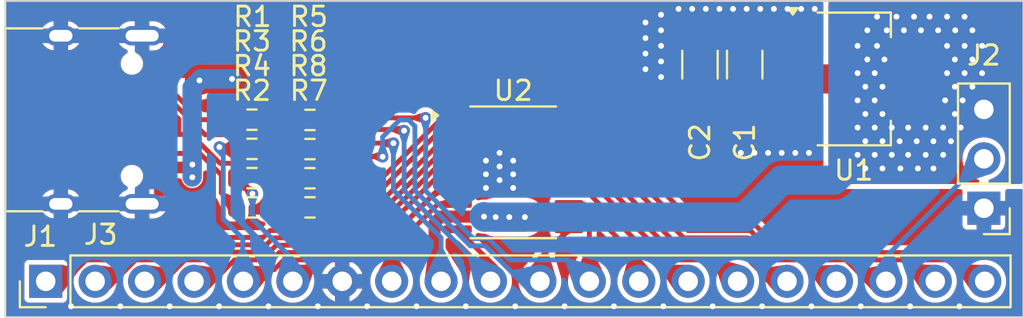
<source format=kicad_pcb>
(kicad_pcb (version 20241229) (generator "pcbnew") (generator_version "9.0")
  (layers (0 "F.Cu" signal) (2 "B.Cu" signal) (13 "F.Paste" user) (15 "B.Paste" user) (5 "F.SilkS" user "F.Silks") (7 "B.SilkS" user "B.Silks") (1 "F.Mask" user) (3 "B.Mask" user) (25 "Edge.Cuts" user))
  (net 0 "")
  (net 1 "GND")
  (net 2 "Net-(U1-VI)")
  (net 3 "VCC")
  (net 4 "Net-(J1-CC1)")
  (net 5 "Net-(J1-D+-PadA6)")
  (net 6 "Net-(J1-D--PadA7)")
  (net 8 "Net-(J1-CC2)")
  (net 10 "Net-(J2-Pin_2)")
  (net 11 "Net-(J3-Pin_1)")
  (net 12 "Net-(J3-Pin_2)")
  (net 13 "Net-(J3-Pin_3)")
  (net 14 "Net-(J3-Pin_5)")
  (net 15 "Net-(J3-Pin_8)")
  (net 16 "Net-(J3-Pin_10)")
  (net 17 "Net-(J3-Pin_11)")
  (net 18 "Net-(J3-Pin_12)")
  (net 19 "Net-(J3-Pin_13)")
  (net 20 "Net-(J3-Pin_14)")
  (net 21 "Net-(J3-Pin_16)")
  (net 22 "Net-(J3-Pin_17)")
  (net 23 "Net-(J3-Pin_19)")
  (net 24 "Net-(J3-Pin_20)")
  (net 25 "Net-(J3-Pin_15)")
  (net 26 "Net-(J3-Pin_6)")
  (net 27 "Net-(J3-Pin_4)")
  (footprint "Connector_PinHeader_2.54mm:PinHeader_1x03_P2.54mm_Vertical" (layer "F.Cu") (at 177.292 124.445 180)
    (property "Reference" "J2" (at 0 7.859 0) (layer "F.SilkS"))
    (property "Value" "Conn_01x03_Pin" (hide yes))
    (pad "1" thru_hole rect (at 0 0 180) (size 1.7 1.7) (drill 1) (layers "*.Cu" "*.Mask") (net 1 "GND"))
    (pad "2" thru_hole oval (at 0 2.54 180) (size 1.7 1.7) (drill 1) (layers "*.Cu" "*.Mask") (net 10 "Net-(J2-Pin_2)"))
    (pad "3" thru_hole oval (at 0 5.08 180) (size 1.7 1.7) (drill 1) (layers "*.Cu" "*.Mask") (net 3 "VCC"))
  )
  (footprint "Capacitor_SMD:C_1206_3216Metric_Pad1.33x1.80mm_HandSolder" (layer "F.Cu") (at 165 117.0625 90)
    (property "Reference" "C1" (at -4 0 90) (layer "F.SilkS"))
    (property "Value" "C")
    (pad "1" smd roundrect (at -1.5625 0 90) (size 1.325 1.8) (layers "F.Cu" "F.Mask" "F.Paste") (roundrect_rratio 0.188679) (net 2 "Net-(U1-VI)"))
    (pad "2" smd roundrect (at 1.5625 0 90) (size 1.325 1.8) (layers "F.Cu" "F.Mask" "F.Paste") (roundrect_rratio 0.188679) (net 1 "GND"))
  )
  (footprint "Connector_USB:USB_C_Receptacle_HRO_TYPE-C-31-M-12" (layer "F.Cu") (at 130.9 119.9 -90)
    (property "Reference" "J1" (at 6 2.1 0) (layer "F.SilkS"))
    (property "Value" "USB_C_Receptacle_USB2.0" (hide yes))
    (pad "" np_thru_hole circle (at -2.89 -2.6 270) (size 0.65 0.65) (drill 0.65) (layers "*.Cu" "*.Mask"))
    (pad "" np_thru_hole circle (at 2.89 -2.6 270) (size 0.65 0.65) (drill 0.65) (layers "*.Cu" "*.Mask"))
    (pad "A1" smd rect (at -3.25 -4.045 270) (size 0.6 1.45) (layers "F.Cu" "F.Mask" "F.Paste") (net 1 "GND"))
    (pad "A4" smd rect (at -2.45 -4.045 270) (size 0.6 1.45) (layers "F.Cu" "F.Mask" "F.Paste") (net 2 "Net-(U1-VI)"))
    (pad "A5" smd rect (at -1.25 -4.045 270) (size 0.3 1.45) (layers "F.Cu" "F.Mask" "F.Paste") (net 4 "Net-(J1-CC1)"))
    (pad "A6" smd rect (at -0.25 -4.045 270) (size 0.3 1.45) (layers "F.Cu" "F.Mask" "F.Paste") (net 5 "Net-(J1-D+-PadA6)"))
    (pad "A7" smd rect (at 0.25 -4.045 270) (size 0.3 1.45) (layers "F.Cu" "F.Mask" "F.Paste") (net 6 "Net-(J1-D--PadA7)"))
    (pad "A8" smd rect (at 1.25 -4.045 270) (size 0.3 1.45) (layers "F.Cu" "F.Mask" "F.Paste"))
    (pad "A9" smd rect (at 2.45 -4.045 270) (size 0.6 1.45) (layers "F.Cu" "F.Mask" "F.Paste") (net 2 "Net-(U1-VI)"))
    (pad "A12" smd rect (at 3.25 -4.045 270) (size 0.6 1.45) (layers "F.Cu" "F.Mask" "F.Paste") (net 1 "GND"))
    (pad "B1" smd rect (at 3.25 -4.045 270) (size 0.6 1.45) (layers "F.Cu" "F.Mask" "F.Paste") (net 1 "GND"))
    (pad "B4" smd rect (at 2.45 -4.045 270) (size 0.6 1.45) (layers "F.Cu" "F.Mask" "F.Paste") (net 2 "Net-(U1-VI)"))
    (pad "B5" smd rect (at 1.75 -4.045 270) (size 0.3 1.45) (layers "F.Cu" "F.Mask" "F.Paste") (net 8 "Net-(J1-CC2)"))
    (pad "B6" smd rect (at 0.75 -4.045 270) (size 0.3 1.45) (layers "F.Cu" "F.Mask" "F.Paste") (net 5 "Net-(J1-D+-PadA6)"))
    (pad "B7" smd rect (at -0.75 -4.045 270) (size 0.3 1.45) (layers "F.Cu" "F.Mask" "F.Paste") (net 6 "Net-(J1-D--PadA7)"))
    (pad "B8" smd rect (at -1.75 -4.045 270) (size 0.3 1.45) (layers "F.Cu" "F.Mask" "F.Paste"))
    (pad "B9" smd rect (at -2.45 -4.045 270) (size 0.6 1.45) (layers "F.Cu" "F.Mask" "F.Paste") (net 2 "Net-(U1-VI)"))
    (pad "B12" smd rect (at -3.25 -4.045 270) (size 0.6 1.45) (layers "F.Cu" "F.Mask" "F.Paste") (net 1 "GND"))
    (pad "S1" thru_hole oval (at -4.32 -3.13 270) (size 1 2.1) (drill oval 0.6 1.7) (layers "*.Cu" "*.Mask") (net 1 "GND"))
    (pad "S1" thru_hole oval (at -4.32 1.05 270) (size 1 1.6) (drill oval 0.6 1.2) (layers "*.Cu" "*.Mask") (net 1 "GND"))
    (pad "S1" thru_hole oval (at 4.32 -3.13 270) (size 1 2.1) (drill oval 0.6 1.7) (layers "*.Cu" "*.Mask") (net 1 "GND"))
    (pad "S1" thru_hole oval (at 4.32 1.05 270) (size 1 1.6) (drill oval 0.6 1.2) (layers "*.Cu" "*.Mask") (net 1 "GND"))
  )
  (footprint "Capacitor_SMD:C_1206_3216Metric_Pad1.33x1.80mm_HandSolder" (layer "F.Cu") (at 162.7 117.0625 90)
    (property "Reference" "C2" (at -4 0 90) (layer "F.SilkS"))
    (property "Value" "C")
    (pad "1" smd roundrect (at -1.5625 0 90) (size 1.325 1.8) (layers "F.Cu" "F.Mask" "F.Paste") (roundrect_rratio 0.188679) (net 3 "VCC"))
    (pad "2" smd roundrect (at 1.5625 0 90) (size 1.325 1.8) (layers "F.Cu" "F.Mask" "F.Paste") (roundrect_rratio 0.188679) (net 1 "GND"))
  )
  (footprint "Resistor_SMD:R_0603_1608Metric" (layer "F.Cu") (at 142.656067 119.905903)
    (property "Reference" "R5" (at -0.056067 -5.305903 0) (layer "F.SilkS"))
    (property "Value" "R_US" (hide yes))
    (pad "1" smd roundrect (at -0.825 0) (size 0.8 0.95) (layers "F.Cu" "F.Mask" "F.Paste") (net 6 "Net-(J1-D--PadA7)"))
    (pad "2" smd roundrect (at 0.825 0) (size 0.8 0.95) (layers "F.Cu" "F.Mask" "F.Paste") (net 18 "Net-(J3-Pin_12)"))
  )
  (footprint "Resistor_SMD:R_0603_1608Metric" (layer "F.Cu") (at 139.675 121.394376 180)
    (property "Reference" "R3" (at 0 5.527711 0) (layer "F.SilkS"))
    (property "Value" "R_US" (hide yes))
    (pad "1" smd roundrect (at -0.825 0 180) (size 0.8 0.95) (layers "F.Cu" "F.Mask" "F.Paste") (net 6 "Net-(J1-D--PadA7)"))
    (pad "2" smd roundrect (at 0.825 0 180) (size 0.8 0.95) (layers "F.Cu" "F.Mask" "F.Paste") (net 14 "Net-(J3-Pin_5)"))
  )
  (footprint "Resistor_SMD:R_0603_1608Metric" (layer "F.Cu") (at 142.656067 121.403935)
    (property "Reference" "R6" (at -0.075 -5.537269 0) (layer "F.SilkS"))
    (property "Value" "R_US" (hide yes))
    (pad "1" smd roundrect (at -0.825 0) (size 0.8 0.95) (layers "F.Cu" "F.Mask" "F.Paste") (net 6 "Net-(J1-D--PadA7)"))
    (pad "2" smd roundrect (at 0.825 0) (size 0.8 0.95) (layers "F.Cu" "F.Mask" "F.Paste") (net 16 "Net-(J3-Pin_10)"))
  )
  (footprint "Package_SO:TSSOP-20_4.4x6.5mm_P0.65mm" (layer "F.Cu") (at 153.1 122.6)
    (property "Reference" "U2" (at 0 -4.2 0) (layer "F.SilkS"))
    (property "Value" "CH32V003F4P6" (hide yes))
    (pad "1" smd roundrect (at -2.8625 -2.925) (size 1.475 0.4) (layers "F.Cu" "F.Mask" "F.Paste") (net 11 "Net-(J3-Pin_1)"))
    (pad "2" smd roundrect (at -2.8625 -2.275) (size 1.475 0.4) (layers "F.Cu" "F.Mask" "F.Paste") (net 12 "Net-(J3-Pin_2)"))
    (pad "3" smd roundrect (at -2.8625 -1.625) (size 1.475 0.4) (layers "F.Cu" "F.Mask" "F.Paste") (net 13 "Net-(J3-Pin_3)"))
    (pad "4" smd roundrect (at -2.8625 -0.975) (size 1.475 0.4) (layers "F.Cu" "F.Mask" "F.Paste") (net 27 "Net-(J3-Pin_4)"))
    (pad "5" smd roundrect (at -2.8625 -0.325) (size 1.475 0.4) (layers "F.Cu" "F.Mask" "F.Paste") (net 14 "Net-(J3-Pin_5)"))
    (pad "6" smd roundrect (at -2.8625 0.325) (size 1.475 0.4) (layers "F.Cu" "F.Mask" "F.Paste") (net 26 "Net-(J3-Pin_6)"))
    (pad "7" smd roundrect (at -2.8625 0.975) (size 1.475 0.4) (layers "F.Cu" "F.Mask" "F.Paste") (net 1 "GND"))
    (pad "8" smd roundrect (at -2.8625 1.625) (size 1.475 0.4) (layers "F.Cu" "F.Mask" "F.Paste") (net 15 "Net-(J3-Pin_8)"))
    (pad "9" smd roundrect (at -2.8625 2.275) (size 1.475 0.4) (layers "F.Cu" "F.Mask" "F.Paste") (net 3 "VCC"))
    (pad "10" smd roundrect (at -2.8625 2.925) (size 1.475 0.4) (layers "F.Cu" "F.Mask" "F.Paste") (net 16 "Net-(J3-Pin_10)"))
    (pad "11" smd roundrect (at 2.8625 2.925) (size 1.475 0.4) (layers "F.Cu" "F.Mask" "F.Paste") (net 17 "Net-(J3-Pin_11)"))
    (pad "12" smd roundrect (at 2.8625 2.275) (size 1.475 0.4) (layers "F.Cu" "F.Mask" "F.Paste") (net 18 "Net-(J3-Pin_12)"))
    (pad "13" smd roundrect (at 2.8625 1.625) (size 1.475 0.4) (layers "F.Cu" "F.Mask" "F.Paste") (net 19 "Net-(J3-Pin_13)"))
    (pad "14" smd roundrect (at 2.8625 0.975) (size 1.475 0.4) (layers "F.Cu" "F.Mask" "F.Paste") (net 20 "Net-(J3-Pin_14)"))
    (pad "15" smd roundrect (at 2.8625 0.325) (size 1.475 0.4) (layers "F.Cu" "F.Mask" "F.Paste") (net 25 "Net-(J3-Pin_15)"))
    (pad "16" smd roundrect (at 2.8625 -0.325) (size 1.475 0.4) (layers "F.Cu" "F.Mask" "F.Paste") (net 21 "Net-(J3-Pin_16)"))
    (pad "17" smd roundrect (at 2.8625 -0.975) (size 1.475 0.4) (layers "F.Cu" "F.Mask" "F.Paste") (net 22 "Net-(J3-Pin_17)"))
    (pad "18" smd roundrect (at 2.8625 -1.625) (size 1.475 0.4) (layers "F.Cu" "F.Mask" "F.Paste") (net 10 "Net-(J2-Pin_2)"))
    (pad "19" smd roundrect (at 2.8625 -2.275) (size 1.475 0.4) (layers "F.Cu" "F.Mask" "F.Paste") (net 23 "Net-(J3-Pin_19)"))
    (pad "20" smd roundrect (at 2.8625 -2.925) (size 1.475 0.4) (layers "F.Cu" "F.Mask" "F.Paste") (net 24 "Net-(J3-Pin_20)"))
  )
  (footprint "Resistor_SMD:R_0603_1608Metric" (layer "F.Cu") (at 139.675 122.897187 180)
    (property "Reference" "R4" (at 0 5.763857 0) (layer "F.SilkS"))
    (property "Value" "R_US" (hide yes))
    (pad "1" smd roundrect (at -0.825 0 180) (size 0.8 0.95) (layers "F.Cu" "F.Mask" "F.Paste") (net 5 "Net-(J1-D+-PadA6)"))
    (pad "2" smd roundrect (at 0.825 0 180) (size 0.8 0.95) (layers "F.Cu" "F.Mask" "F.Paste") (net 26 "Net-(J3-Pin_6)"))
  )
  (footprint "Package_TO_SOT_SMD:SOT-223-3_TabPin2" (layer "F.Cu") (at 170.6 117.8)
    (property "Reference" "U1" (at 0 4.7 0) (layer "F.SilkS"))
    (property "Value" "AMS1117-3.3" (hide yes))
    (pad "1" smd roundrect (at -3.15 -2.3) (size 2 1.5) (layers "F.Cu" "F.Mask" "F.Paste") (net 1 "GND"))
    (pad "2" smd roundrect (at -3.15 0) (size 2 1.5) (layers "F.Cu" "F.Mask" "F.Paste") (net 3 "VCC"))
    (pad "2" smd roundrect (at 3.15 0) (size 2 3.8) (layers "F.Cu" "F.Mask" "F.Paste") (net 3 "VCC"))
    (pad "3" smd roundrect (at -3.15 2.3) (size 2 1.5) (layers "F.Cu" "F.Mask" "F.Paste") (net 2 "Net-(U1-VI)"))
  )
  (footprint "Resistor_SMD:R_0603_1608Metric" (layer "F.Cu") (at 142.656067 124.399999)
    (property "Reference" "R7" (at -0.056067 -6.000001 0) (layer "F.SilkS"))
    (property "Value" "R_US" (hide yes))
    (pad "1" smd roundrect (at -0.825 0) (size 0.8 0.95) (layers "F.Cu" "F.Mask" "F.Paste") (net 5 "Net-(J1-D+-PadA6)"))
    (pad "2" smd roundrect (at 0.825 0) (size 0.8 0.95) (layers "F.Cu" "F.Mask" "F.Paste") (net 17 "Net-(J3-Pin_11)"))
  )
  (footprint "Resistor_SMD:R_0603_1608Metric" (layer "F.Cu") (at 142.656067 122.901967)
    (property "Reference" "R8" (at -0.078546 -5.768635 0) (layer "F.SilkS"))
    (property "Value" "R_US" (hide yes))
    (pad "1" smd roundrect (at -0.825 0) (size 0.8 0.95) (layers "F.Cu" "F.Mask" "F.Paste") (net 6 "Net-(J1-D--PadA7)"))
    (pad "2" smd roundrect (at 0.825 0) (size 0.8 0.95) (layers "F.Cu" "F.Mask" "F.Paste") (net 3 "VCC"))
  )
  (footprint "Connector_PinHeader_2.54mm:PinHeader_1x20_P2.54mm_Vertical" (layer "F.Cu") (at 129.075 128.2 90)
    (property "Reference" "J3" (at 2.4 2.825 180) (layer "F.SilkS"))
    (property "Value" "Conn_01x20_Pin" (hide yes))
    (pad "1" thru_hole rect (at 0 0 90) (size 1.7 1.7) (drill 1) (layers "*.Cu" "*.Mask") (net 11 "Net-(J3-Pin_1)"))
    (pad "2" thru_hole oval (at 0 2.54 90) (size 1.7 1.7) (drill 1) (layers "*.Cu" "*.Mask") (net 12 "Net-(J3-Pin_2)"))
    (pad "3" thru_hole oval (at 0 5.08 90) (size 1.7 1.7) (drill 1) (layers "*.Cu" "*.Mask") (net 13 "Net-(J3-Pin_3)"))
    (pad "4" thru_hole oval (at 0 7.62 90) (size 1.7 1.7) (drill 1) (layers "*.Cu" "*.Mask") (net 27 "Net-(J3-Pin_4)"))
    (pad "5" thru_hole oval (at 0 10.16 90) (size 1.7 1.7) (drill 1) (layers "*.Cu" "*.Mask") (net 14 "Net-(J3-Pin_5)"))
    (pad "6" thru_hole oval (at 0 12.7 90) (size 1.7 1.7) (drill 1) (layers "*.Cu" "*.Mask") (net 26 "Net-(J3-Pin_6)"))
    (pad "7" thru_hole oval (at 0 15.24 90) (size 1.7 1.7) (drill 1) (layers "*.Cu" "*.Mask") (net 1 "GND"))
    (pad "8" thru_hole oval (at 0 17.78 90) (size 1.7 1.7) (drill 1) (layers "*.Cu" "*.Mask") (net 15 "Net-(J3-Pin_8)"))
    (pad "9" thru_hole oval (at 0 20.32 90) (size 1.7 1.7) (drill 1) (layers "*.Cu" "*.Mask") (net 3 "VCC"))
    (pad "10" thru_hole oval (at 0 22.86 90) (size 1.7 1.7) (drill 1) (layers "*.Cu" "*.Mask") (net 16 "Net-(J3-Pin_10)"))
    (pad "11" thru_hole oval (at 0 25.4 90) (size 1.7 1.7) (drill 1) (layers "*.Cu" "*.Mask") (net 17 "Net-(J3-Pin_11)"))
    (pad "12" thru_hole oval (at 0 27.94 90) (size 1.7 1.7) (drill 1) (layers "*.Cu" "*.Mask") (net 18 "Net-(J3-Pin_12)"))
    (pad "13" thru_hole oval (at 0 30.48 90) (size 1.7 1.7) (drill 1) (layers "*.Cu" "*.Mask") (net 19 "Net-(J3-Pin_13)"))
    (pad "14" thru_hole oval (at 0 33.02 90) (size 1.7 1.7) (drill 1) (layers "*.Cu" "*.Mask") (net 20 "Net-(J3-Pin_14)"))
    (pad "15" thru_hole oval (at 0 35.56 90) (size 1.7 1.7) (drill 1) (layers "*.Cu" "*.Mask") (net 25 "Net-(J3-Pin_15)"))
    (pad "16" thru_hole oval (at 0 38.1 90) (size 1.7 1.7) (drill 1) (layers "*.Cu" "*.Mask") (net 21 "Net-(J3-Pin_16)"))
    (pad "17" thru_hole oval (at 0 40.64 90) (size 1.7 1.7) (drill 1) (layers "*.Cu" "*.Mask") (net 22 "Net-(J3-Pin_17)"))
    (pad "18" thru_hole oval (at 0 43.18 90) (size 1.7 1.7) (drill 1) (layers "*.Cu" "*.Mask") (net 10 "Net-(J2-Pin_2)"))
    (pad "19" thru_hole oval (at 0 45.72 90) (size 1.7 1.7) (drill 1) (layers "*.Cu" "*.Mask") (net 23 "Net-(J3-Pin_19)"))
    (pad "20" thru_hole oval (at 0 48.26 90) (size 1.7 1.7) (drill 1) (layers "*.Cu" "*.Mask") (net 24 "Net-(J3-Pin_20)"))
  )
  (footprint "Resistor_SMD:R_0603_1608Metric" (layer "F.Cu") (at 139.675 124.399998)
    (property "Reference" "R2" (at 0 -6.000003 0) (layer "F.SilkS"))
    (property "Value" "R_US" (hide yes))
    (pad "1" smd roundrect (at -0.825 0) (size 0.8 0.95) (layers "F.Cu" "F.Mask" "F.Paste") (net 8 "Net-(J1-CC2)"))
    (pad "2" smd roundrect (at 0.825 0) (size 0.8 0.95) (layers "F.Cu" "F.Mask" "F.Paste") (net 1 "GND"))
  )
  (footprint "Resistor_SMD:R_0603_1608Metric" (layer "F.Cu") (at 139.675 119.891565)
    (property "Reference" "R1" (at 0.025 -5.291565 0) (layer "F.SilkS"))
    (property "Value" "R_US" (hide yes))
    (pad "1" smd roundrect (at -0.825 0) (size 0.8 0.95) (layers "F.Cu" "F.Mask" "F.Paste") (net 4 "Net-(J1-CC1)"))
    (pad "2" smd roundrect (at 0.825 0) (size 0.8 0.95) (layers "F.Cu" "F.Mask" "F.Paste") (net 1 "GND"))
  )
  (gr_rect (start 127 113.792) (end 179.324 130.048) (stroke (width 0.1)) (fill no) (layer "Edge.Cuts"))
  (segment (start 151.525 123.575) (end 151.7 123.4) (width 0.625) (layer "F.Cu") (net 1))
  (segment (start 135.495 123.7) (end 135.8 123.7) (width 0.6) (layer "F.Cu") (net 1))
  (segment (start 134.945 123.15) (end 135.495 123.7) (width 0.6) (layer "F.Cu") (net 1))
  (segment (start 134.945 116.65) (end 135.55 116.65) (width 0.6) (layer "F.Cu") (net 1))
  (segment (start 135.4 116.195) (end 135.4 116.1) (width 0.6) (layer "F.Cu") (net 1))
  (segment (start 150.2375 123.575) (end 151.525 123.575) (width 0.625) (layer "F.Cu") (net 1))
  (segment (start 135.55 116.65) (end 136.2 116) (width 0.6) (layer "F.Cu") (net 1))
  (segment (start 134.945 116.65) (end 135.4 116.195) (width 0.6) (layer "F.Cu") (net 1))
  (via (at 143.057792 129.484503) (size 0.6) (drill 0.3) (layers "F.Cu" "B.Cu") (net 1))
  (via (at 140.520835 129.484503) (size 0.6) (drill 0.3) (layers "F.Cu" "B.Cu") (net 1))
  (via (at 166.9 121.6) (size 0.6) (drill 0.3) (layers "F.Cu" "B.Cu") (net 1))
  (via (at 132.909964 129.484503) (size 0.6) (drill 0.3) (layers "F.Cu" "B.Cu") (net 1))
  (via (at 145.594749 129.484503) (size 0.6) (drill 0.3) (layers "F.Cu" "B.Cu") (net 1))
  (via (at 165.5 121.6) (size 0.6) (drill 0.3) (layers "F.Cu" "B.Cu") (net 1))
  (via (at 151.7 122.7) (size 0.6) (drill 0.3) (layers "F.Cu" "B.Cu") (net 1))
  (via (at 173.501276 129.484503) (size 0.6) (drill 0.3) (layers "F.Cu" "B.Cu") (net 1))
  (via (at 167.9 114.2) (size 0.6) (drill 0.3) (layers "F.Cu" "B.Cu") (net 1))
  (via (at 152.4 123) (size 0.6) (drill 0.3) (layers "F.Cu" "B.Cu") (net 1))
  (via (at 160.7 116.1) (size 0.6) (drill 0.3) (layers "F.Cu" "B.Cu") (net 1))
  (via (at 155.742577 129.484503) (size 0.6) (drill 0.3) (layers "F.Cu" "B.Cu") (net 1))
  (via (at 159.9 116.5) (size 0.6) (drill 0.3) (layers "F.Cu" "B.Cu") (net 1))
  (via (at 153.1 123.4) (size 0.6) (drill 0.3) (layers "F.Cu" "B.Cu") (net 1))
  (via (at 176.038233 129.484503) (size 0.6) (drill 0.3) (layers "F.Cu" "B.Cu") (net 1))
  (via (at 150.668663 129.484503) (size 0.6) (drill 0.3) (layers "F.Cu" "B.Cu") (net 1))
  (via (at 159.9 115.7) (size 0.6) (drill 0.3) (layers "F.Cu" "B.Cu") (net 1))
  (via (at 153.1 122.7) (size 0.6) (drill 0.3) (layers "F.Cu" "B.Cu") (net 1))
  (via (at 166.5 114.2) (size 0.6) (drill 0.3) (layers "F.Cu" "B.Cu") (net 1))
  (via (at 160.816491 129.484503) (size 0.6) (drill 0.3) (layers "F.Cu" "B.Cu") (net 1))
  (via (at 164.4 114.2) (size 0.6) (drill 0.3) (layers "F.Cu" "B.Cu") (net 1))
  (via (at 163.353448 129.484503) (size 0.6) (drill 0.3) (layers "F.Cu" "B.Cu") (net 1))
  (via (at 163.7 114.2) (size 0.6) (drill 0.3) (layers "F.Cu" "B.Cu") (net 1))
  (via (at 137.983878 129.484503) (size 0.6) (drill 0.3) (layers "F.Cu" "B.Cu") (net 1))
  (via (at 168.3 121.6) (size 0.6) (drill 0.3) (layers "F.Cu" "B.Cu") (net 1))
  (via (at 160.7 116.9) (size 0.6) (drill 0.3) (layers "F.Cu" "B.Cu") (net 1))
  (via (at 153.20562 129.484503) (size 0.6) (drill 0.3) (layers "F.Cu" "B.Cu") (net 1))
  (via (at 148.131706 129.484503) (size 0.6) (drill 0.3) (layers "F.Cu" "B.Cu") (net 1))
  (via (at 151.7 122) (size 0.6) (drill 0.3) (layers "F.Cu" "B.Cu") (net 1))
  (via (at 130.373007 129.484503) (size 0.6) (drill 0.3) (layers "F.Cu" "B.Cu") (net 1))
  (via (at 168.6 114.2) (size 0.6) (drill 0.3) (layers "F.Cu" "B.Cu") (net 1))
  (via (at 164.8 121.6) (size 0.6) (drill 0.3) (layers "F.Cu" "B.Cu") (net 1))
  (via (at 160.7 115.3) (size 0.6) (drill 0.3) (layers "F.Cu" "B.Cu") (net 1))
  (via (at 166.2 121.6) (size 0.6) (drill 0.3) (layers "F.Cu" "B.Cu") (net 1))
  (via (at 163 114.2) (size 0.6) (drill 0.3) (layers "F.Cu" "B.Cu") (net 1))
  (via (at 162.3 114.2) (size 0.6) (drill 0.3) (layers "F.Cu" "B.Cu") (net 1))
  (via (at 152.4 122.3) (size 0.6) (drill 0.3) (layers "F.Cu" "B.Cu") (net 1))
  (via (at 165.1 114.2) (size 0.6) (drill 0.3) (layers "F.Cu" "B.Cu") (net 1))
  (via (at 160.7 114.5) (size 0.6) (drill 0.3) (layers "F.Cu" "B.Cu") (net 1))
  (via (at 159.9 114.9) (size 0.6) (drill 0.3) (layers "F.Cu" "B.Cu") (net 1))
  (via (at 159.9 117.3) (size 0.6) (drill 0.3) (layers "F.Cu" "B.Cu") (net 1))
  (via (at 152.4 121.6) (size 0.6) (drill 0.3) (layers "F.Cu" "B.Cu") (net 1))
  (via (at 168.427362 129.484503) (size 0.6) (drill 0.3) (layers "F.Cu" "B.Cu") (net 1))
  (via (at 165.890405 129.484503) (size 0.6) (drill 0.3) (layers "F.Cu" "B.Cu") (net 1))
  (via (at 153.1 122) (size 0.6) (drill 0.3) (layers "F.Cu" "B.Cu") (net 1))
  (via (at 151.7 123.4) (size 0.6) (drill 0.3) (layers "F.Cu" "B.Cu") (net 1))
  (via (at 161.6 114.2) (size 0.6) (drill 0.3) (layers "F.Cu" "B.Cu") (net 1))
  (via (at 167.2 114.2) (size 0.6) (drill 0.3) (layers "F.Cu" "B.Cu") (net 1))
  (via (at 170.964319 129.484503) (size 0.6) (drill 0.3) (layers "F.Cu" "B.Cu") (net 1))
  (via (at 160.7 117.7) (size 0.6) (drill 0.3) (layers "F.Cu" "B.Cu") (net 1))
  (via (at 165.8 114.2) (size 0.6) (drill 0.3) (layers "F.Cu" "B.Cu") (net 1))
  (via (at 158.279534 129.484503) (size 0.6) (drill 0.3) (layers "F.Cu" "B.Cu") (net 1))
  (via (at 135.446921 129.484503) (size 0.6) (drill 0.3) (layers "F.Cu" "B.Cu") (net 1))
  (via (at 167.6 121.6) (size 0.6) (drill 0.3) (layers "F.Cu" "B.Cu") (net 1))
  (segment (start 138.65 117.8) (end 138.575 117.875) (width 0.6) (layer "F.Cu") (net 2))
  (segment (start 136.975 117.875) (end 136.55 117.45) (width 0.6) (layer "F.Cu") (net 2))
  (segment (start 136.610283 122.212283) (end 136.6 122.202) (width 0.6) (layer "F.Cu") (net 2))
  (segment (start 166.475 120.1) (end 167.45 120.1) (width 1.3) (layer "F.Cu") (net 2))
  (segment (start 136.610283 122.852988) (end 136.610283 122.212283) (width 0.6) (layer "F.Cu") (net 2))
  (segment (start 165 118.625) (end 166.475 120.1) (width 1.3) (layer "F.Cu") (net 2))
  (segment (start 138.65 117.8) (end 156.6 117.8) (width 1.5) (layer "F.Cu") (net 2))
  (segment (start 156.6 117.8) (end 159.052 120.252) (width 1.5) (layer "F.Cu") (net 2))
  (segment (start 138.575 117.875) (end 136.975 117.875) (width 0.6) (layer "F.Cu") (net 2))
  (segment (start 164.248 120.252) (end 165 119.5) (width 1.5) (layer "F.Cu") (net 2))
  (segment (start 136.598 122.202) (end 136.45 122.35) (width 0.6) (layer "F.Cu") (net 2))
  (segment (start 159.052 120.252) (end 164.248 120.252) (width 1.5) (layer "F.Cu") (net 2))
  (segment (start 137.05 117.8) (end 136.975 117.875) (width 1.5) (layer "F.Cu") (net 2))
  (segment (start 136.6 122.202) (end 136.598 122.202) (width 0.6) (layer "F.Cu") (net 2))
  (segment (start 136.45 122.35) (end 134.945 122.35) (width 0.6) (layer "F.Cu") (net 2))
  (segment (start 138.65 117.8) (end 137.05 117.8) (width 1.5) (layer "F.Cu") (net 2))
  (segment (start 165 119.5) (end 165 118.625) (width 1) (layer "F.Cu") (net 2))
  (segment (start 136.55 117.45) (end 134.945 117.45) (width 0.6) (layer "F.Cu") (net 2))
  (via (at 138.65 117.8) (size 0.6) (drill 0.3) (layers "F.Cu" "B.Cu") (net 2))
  (via (at 136.610283 122.852988) (size 0.6) (drill 0.3) (layers "F.Cu" "B.Cu") (net 2))
  (via (at 136.610283 122.2) (size 0.6) (drill 0.3) (layers "F.Cu" "B.Cu") (net 2))
  (via (at 136.975 117.875) (size 0.6) (drill 0.3) (layers "F.Cu" "B.Cu") (net 2))
  (segment (start 136.975 117.875) (end 136.6 118.25) (width 1) (layer "B.Cu") (net 2))
  (segment (start 136.610283 122.852988) (end 136.6 122.842705) (width 0.6) (layer "B.Cu") (net 2))
  (segment (start 136.975 117.875) (end 137.05 117.8) (width 1) (layer "B.Cu") (net 2))
  (segment (start 137.05 117.8) (end 138.65 117.8) (width 1) (layer "B.Cu") (net 2))
  (segment (start 136.6 118.25) (end 136.6 122.842705) (width 1) (layer "B.Cu") (net 2))
  (segment (start 167.45 117.8) (end 166.838246 117.8) (width 1.5) (layer "F.Cu") (net 3))
  (segment (start 166.838246 117.8) (end 166.077746 117.0395) (width 1.5) (layer "F.Cu") (net 3))
  (segment (start 150.2375 124.875) (end 151.6 124.875) (width 0.625) (layer "F.Cu") (net 3))
  (segment (start 163.623 117.0395) (end 162.7 117.9625) (width 1.5) (layer "F.Cu") (net 3))
  (segment (start 149.0605 127.8655) (end 149.395 128.2) (width 0.625) (layer "F.Cu") (net 3))
  (segment (start 143.503546 122.696454) (end 143.503546 122.853929) (width 0.25) (layer "F.Cu") (net 3))
  (segment (start 152.875 124.875) (end 152.9 124.9) (width 0.625) (layer "F.Cu") (net 3))
  (segment (start 152.9 124.9) (end 153.7 124.9) (width 0.625) (layer "F.Cu") (net 3))
  (segment (start 146.944 121.1) (end 145.1 121.1) (width 0.25) (layer "F.Cu") (net 3))
  (segment (start 150.2375 124.875) (end 149.384262 124.875) (width 0.625) (layer "F.Cu") (net 3))
  (segment (start 167.45 117.8) (end 173.75 117.8) (width 1.5) (layer "F.Cu") (net 3))
  (segment (start 152.2 124.9) (end 153.7 124.9) (width 1.5) (layer "F.Cu") (net 3))
  (segment (start 145.1 121.1) (end 143.503546 122.696454) (width 0.25) (layer "F.Cu") (net 3))
  (segment (start 149.384262 124.875) (end 149.0605 125.198762) (width 0.625) (layer "F.Cu") (net 3))
  (segment (start 152.175 124.875) (end 152.2 124.9) (width 0.625) (layer "F.Cu") (net 3))
  (segment (start 151.6 124.875) (end 152.875 124.875) (width 0.625) (layer "F.Cu") (net 3))
  (segment (start 149.0605 125.198762) (end 149.0605 127.8655) (width 0.625) (layer "F.Cu") (net 3))
  (segment (start 162.7 117.9625) (end 162.7 118.625) (width 1.35) (layer "F.Cu") (net 3))
  (segment (start 151.6 124.875) (end 152.175 124.875) (width 1.25) (layer "F.Cu") (net 3))
  (segment (start 166.077746 117.0395) (end 163.623 117.0395) (width 1.5) (layer "F.Cu") (net 3))
  (via (at 171.2 122.4) (size 0.6) (drill 0.3) (layers "F.Cu" "B.Cu") (net 3))
  (via (at 170.8 117.5) (size 0.6) (drill 0.3) (layers "F.Cu" "B.Cu") (net 3))
  (via (at 171.8 116.1) (size 0.6) (drill 0.3) (layers "F.Cu" "B.Cu") (net 3))
  (via (at 174.7 122.4) (size 0.6) (drill 0.3) (layers "F.Cu" "B.Cu") (net 3))
  (via (at 175.8 119.6) (size 0.6) (drill 0.3) (layers "F.Cu" "B.Cu") (net 3))
  (via (at 175.8 118.2) (size 0.6) (drill 0.3) (layers "F.Cu" "B.Cu") (net 3))
  (via (at 173.4 121.7) (size 0.6) (drill 0.3) (layers "F.Cu" "B.Cu") (net 3))
  (via (at 171.2 121) (size 0.6) (drill 0.3) (layers "F.Cu" "B.Cu") (net 3))
  (via (at 176.7 116.8) (size 0.6) (drill 0.3) (layers "F.Cu" "B.Cu") (net 3))
  (via (at 174.94 115.3) (size 0.6) (drill 0.3) (layers "F.Cu" "B.Cu") (net 3))
  (via (at 173.18 115.3) (size 0.6) (drill 0.3) (layers "F.Cu" "B.Cu") (net 3))
  (via (at 173.4 120.3) (size 0.6) (drill 0.3) (layers "F.Cu" "B.Cu") (net 3))
  (via (at 172.08 121) (size 0.6) (drill 0.3) (layers "F.Cu" "B.Cu") (net 3))
  (via (at 172.3 115.3) (size 0.6) (drill 0.3) (layers "F.Cu" "B.Cu") (net 3))
  (via (at 174.5 114.6) (size 0.6) (drill 0.3) (layers "F.Cu" "B.Cu") (net 3))
  (via (at 171.68 117.5) (size 0.6) (drill 0.3) (layers "F.Cu" "B.Cu") (net 3))
  (via (at 173.84 121) (size 0.6) (drill 0.3) (layers "F.Cu" "B.Cu") (net 3))
  (via (at 171.68 120.3) (size 0.6) (drill 0.3) (layers "F.Cu" "B.Cu") (net 3))
  (via (at 176.3 117.5) (size 0.6) (drill 0.3) (layers "F.Cu" "B.Cu") (net 3))
  (via (at 173.9 122.4) (size 0.6) (drill 0.3) (layers "F.Cu" "B.Cu") (net 3))
  (via (at 152.9 124.9) (size 0.6) (drill 0.3) (layers "F.Cu" "B.Cu") (net 3))
  (via (at 172.08 118.2) (size 0.6) (drill 0.3) (layers "F.Cu" "B.Cu") (net 3))
  (via (at 173.7 114.6) (size 0.6) (drill 0.3) (layers "F.Cu" "B.Cu") (net 3))
  (via (at 146.944 121.1) (size 0.6) (drill 0.3) (layers "F.Cu" "B.Cu") (net 3))
  (via (at 172.08 119.6) (size 0.6) (drill 0.3) (layers "F.Cu" "B.Cu") (net 3))
  (via (at 171.2 118.2) (size 0.6) (drill 0.3) (layers "F.Cu" "B.Cu") (net 3))
  (via (at 176.3 114.6) (size 0.6) (drill 0.3) (layers "F.Cu" "B.Cu") (net 3))
  (via (at 170.8 116.1) (size 0.6) (drill 0.3) (layers "F.Cu" "B.Cu") (net 3))
  (via (at 172.18 116.8) (size 0.6) (drill 0.3) (layers "F.Cu" "B.Cu") (net 3))
  (via (at 176.7 118.2) (size 0.6) (drill 0.3) (layers "F.Cu" "B.Cu") (net 3))
  (via (at 171.68 118.9) (size 0.6) (drill 0.3) (layers "F.Cu" "B.Cu") (net 3))
  (via (at 170.8 118.9) (size 0.6) (drill 0.3) (layers "F.Cu" "B.Cu") (net 3))
  (via (at 174.3 121.7) (size 0.6) (drill 0.3) (layers "F.Cu" "B.Cu") (net 3))
  (via (at 175.8 116.8) (size 0.6) (drill 0.3) (layers "F.Cu" "B.Cu") (net 3))
  (via (at 177.2 116.1) (size 0.6) (drill 0.3) (layers "F.Cu" "B.Cu") (net 3))
  (via (at 172.8 114.6) (size 0.6) (drill 0.3) (layers "F.Cu" "B.Cu") (net 3))
  (via (at 173 122.4) (size 0.6) (drill 0.3) (layers "F.Cu" "B.Cu") (net 3))
  (via (at 177.2 117.5) (size 0.6) (drill 0.3) (layers "F.Cu" "B.Cu") (net 3))
  (via (at 172.08 122.4) (size 0.6) (drill 0.3) (layers "F.Cu" "B.Cu") (net 3))
  (via (at 176.3 116.1) (size 0.6) (drill 0.3) (layers "F.Cu" "B.Cu") (net 3))
  (via (at 175.4 114.6) (size 0.6) (drill 0.3) (layers "F.Cu" "B.Cu") (net 3))
  (via (at 175.4 116.1) (size 0.6) (drill 0.3) (layers "F.Cu" "B.Cu") (net 3))
  (via (at 175.2 121.7) (size 0.6) (drill 0.3) (layers "F.Cu" "B.Cu") (net 3))
  (via (at 172.96 121) (size 0.6) (drill 0.3) (layers "F.Cu" "B.Cu") (net 3))
  (via (at 172.56 120.3) (size 0.6) (drill 0.3) (layers "F.Cu" "B.Cu") (net 3))
  (via (at 171.68 121.7) (size 0.6) (drill 0.3) (layers "F.Cu" "B.Cu") (net 3))
  (via (at 152.2 124.9) (size 0.6) (drill 0.3) (layers "F.Cu" "B.Cu") (net 3))
  (via (at 174.06 115.3) (size 0.6) (drill 0.3) (layers "F.Cu" "B.Cu") (net 3))
  (via (at 171.3 116.8) (size 0.6) (drill 0.3) (layers "F.Cu" "B.Cu") (net 3))
  (via (at 170.8 120.3) (size 0.6) (drill 0.3) (layers "F.Cu" "B.Cu") (net 3))
  (via (at 175.82 115.3) (size 0.6) (drill 0.3) (layers "F.Cu" "B.Cu") (net 3))
  (via (at 171.3 115.3) (size 0.6) (drill 0.3) (layers "F.Cu" "B.Cu") (net 3))
  (via (at 151.6 124.875) (size 0.6) (drill 0.3) (layers "F.Cu" "B.Cu") (net 3))
  (via (at 171.2 119.6) (size 0.6) (drill 0.3) (layers "F.Cu" "B.Cu") (net 3))
  (via (at 175.4 117.5) (size 0.6) (drill 0.3) (layers "F.Cu" "B.Cu") (net 3))
  (via (at 176.7 115.3) (size 0.6) (drill 0.3) (layers "F.Cu" "B.Cu") (net 3))
  (via (at 175.2 120.3) (size 0.6) (drill 0.3) (layers "F.Cu" "B.Cu") (net 3))
  (via (at 174.7 121) (size 0.6) (drill 0.3) (layers "F.Cu" "B.Cu") (net 3))
  (via (at 153.7 124.9) (size 0.6) (drill 0.3) (layers "F.Cu" "B.Cu") (net 3))
  (via (at 176.1 120.3) (size 0.6) (drill 0.3) (layers "F.Cu" "B.Cu") (net 3))
  (via (at 174.3 120.3) (size 0.6) (drill 0.3) (layers "F.Cu" "B.Cu") (net 3))
  (via (at 170.8 121.7) (size 0.6) (drill 0.3) (layers "F.Cu" "B.Cu") (net 3))
  (via (at 172.56 121.7) (size 0.6) (drill 0.3) (layers "F.Cu" "B.Cu") (net 3))
  (via (at 176.2 118.9) (size 0.6) (drill 0.3) (layers "F.Cu" "B.Cu") (net 3))
  (via (at 171.8 114.6) (size 0.6) (drill 0.3) (layers "F.Cu" "B.Cu") (net 3))
  (via (at 175.6 121) (size 0.6) (drill 0.3) (layers "F.Cu" "B.Cu") (net 3))
  (via (at 175.3 118.9) (size 0.6) (drill 0.3) (layers "F.Cu" "B.Cu") (net 3))
  (segment (start 165 124.9) (end 166.9 123) (width 1.5) (layer "B.Cu") (net 3))
  (segment (start 151.625 124.9) (end 165 124.9) (width 1.5) (layer "B.Cu") (net 3))
  (segment (start 169.6 123) (end 171.6 121) (width 1.5) (layer "B.Cu") (net 3))
  (segment (start 149.395 125.961316) (end 149.395 128.2) (width 0.25) (layer "B.Cu") (net 3))
  (segment (start 146.944 121.1) (end 146.944 123.510316) (width 0.25) (layer "B.Cu") (net 3))
  (segment (start 166.9 123) (end 169.6 123) (width 1.5) (layer "B.Cu") (net 3))
  (segment (start 151.6 124.875) (end 151.625 124.9) (width 1.5) (layer "B.Cu") (net 3))
  (segment (start 171.6 121) (end 172.96 121) (width 1.5) (layer "B.Cu") (net 3))
  (segment (start 146.944 123.510316) (end 149.395 125.961316) (width 0.25) (layer "B.Cu") (net 3))
  (segment (start 135.783158 118.65) (end 134.945 118.65) (width 0.25) (layer "F.Cu") (net 4))
  (segment (start 138.85 119.891565) (end 137.024723 119.891565) (width 0.25) (layer "F.Cu") (net 4))
  (segment (start 137.024723 119.891565) (end 135.783158 118.65) (width 0.25) (layer "F.Cu") (net 4))
  (segment (start 135.922 119.87) (end 135.922 120.578) (width 0.25) (layer "F.Cu") (net 5))
  (segment (start 138.034901 122.134901) (end 136.55 120.65) (width 0.25) (layer "F.Cu") (net 5))
  (segment (start 141.85 124.4) (end 140.5 123.05) (width 0.25) (layer "F.Cu") (net 5))
  (segment (start 140.5 123.05) (end 140.5 122.9) (width 0.25) (layer "F.Cu") (net 5))
  (segment (start 135.922 120.578) (end 135.85 120.65) (width 0.25) (layer "F.Cu") (net 5))
  (segment (start 136.55 120.65) (end 135.85 120.65) (width 0.25) (layer "F.Cu") (net 5))
  (segment (start 135.702 119.65) (end 135.922 119.87) (width 0.25) (layer "F.Cu") (net 5))
  (segment (start 135.85 120.65) (end 134.945 120.65) (width 0.25) (layer "F.Cu") (net 5))
  (segment (start 134.945 119.65) (end 135.702 119.65) (width 0.25) (layer "F.Cu") (net 5))
  (segment (start 140.5 122.9) (end 139.734901 122.134901) (width 0.25) (layer "F.Cu") (net 5))
  (segment (start 139.734901 122.134901) (end 138.034901 122.134901) (width 0.25) (layer "F.Cu") (net 5))
  (segment (start 141.853546 122.853929) (end 141.853546 122.745111) (width 0.25) (layer "F.Cu") (net 6))
  (segment (start 141.853546 121.395111) (end 141.85 121.391565) (width 0.25) (layer "F.Cu") (net 6))
  (segment (start 133.968 119.332) (end 133.968 119.968) (width 0.25) (layer "F.Cu") (net 6))
  (segment (start 141.853546 122.745111) (end 140.5 121.391565) (width 0.25) (layer "F.Cu") (net 6))
  (segment (start 133.968 119.968) (end 134.15 120.15) (width 0.25) (layer "F.Cu") (net 6))
  (segment (start 141.883131 119.926908) (end 141.883131 120.008434) (width 0.2) (layer "F.Cu") (net 6))
  (segment (start 134.15 119.15) (end 133.968 119.332) (width 0.25) (layer "F.Cu") (net 6))
  (segment (start 135.75 119.15) (end 137.264565 120.664565) (width 0.25) (layer "F.Cu") (net 6))
  (segment (start 134.945 119.15) (end 135.75 119.15) (width 0.25) (layer "F.Cu") (net 6))
  (segment (start 141.875 119.935039) (end 141.883131 119.926908) (width 0.25) (layer "F.Cu") (net 6))
  (segment (start 134.945 119.15) (end 134.15 119.15) (width 0.25) (layer "F.Cu") (net 6))
  (segment (start 140.5 121.391565) (end 141.875 121.391565) (width 0.25) (layer "F.Cu") (net 6))
  (segment (start 134.15 120.15) (end 134.945 120.15) (width 0.25) (layer "F.Cu") (net 6))
  (segment (start 141.875 121.391565) (end 141.875 119.935039) (width 0.25) (layer "F.Cu") (net 6))
  (segment (start 141.853546 122.853929) (end 141.853546 121.395111) (width 0.25) (layer "F.Cu") (net 6))
  (segment (start 141.883131 120.008434) (end 140.5 121.391565) (width 0.2) (layer "F.Cu") (net 6))
  (segment (start 139.773 120.664565) (end 140.5 121.391565) (width 0.25) (layer "F.Cu") (net 6))
  (segment (start 137.264565 120.664565) (end 139.773 120.664565) (width 0.25) (layer "F.Cu") (net 6))
  (segment (start 134.967799 121.627201) (end 136.994043 121.627201) (width 0.25) (layer "F.Cu") (net 8))
  (segment (start 136.994043 121.627201) (end 138.1 122.733158) (width 0.25) (layer "F.Cu") (net 8))
  (segment (start 138.1 123.649998) (end 138.85 124.399998) (width 0.25) (layer "F.Cu") (net 8))
  (segment (start 138.849998 124.4) (end 138.664645 124.4) (width 0.2) (layer "F.Cu") (net 8))
  (segment (start 138.85 124.399998) (end 138.849998 124.4) (width 0.2) (layer "F.Cu") (net 8))
  (segment (start 134.945 121.65) (end 134.967799 121.627201) (width 0.25) (layer "F.Cu") (net 8))
  (segment (start 138.1 122.733158) (end 138.1 123.649998) (width 0.25) (layer "F.Cu") (net 8))
  (segment (start 170.198 127.098) (end 171.3 128.2) (width 0.25) (layer "F.Cu") (net 10))
  (segment (start 166.560377 126.723) (end 166.562377 126.721) (width 0.25) (layer "F.Cu") (net 10))
  (segment (start 169.258536 127.098) (end 170.198 127.098) (width 0.25) (layer "F.Cu") (net 10))
  (segment (start 169.256536 127.1) (end 169.258536 127.098) (width 0.25) (layer "F.Cu") (net 10))
  (segment (start 168.433159 127.1) (end 169.256536 127.1) (width 0.25) (layer "F.Cu") (net 10))
  (segment (start 156.875 120.975) (end 161.867 125.967) (width 0.25) (layer "F.Cu") (net 10))
  (segment (start 165.889318 126.723) (end 166.560377 126.723) (width 0.25) (layer "F.Cu") (net 10))
  (segment (start 166.562377 126.721) (end 168.054159 126.721) (width 0.25) (layer "F.Cu") (net 10))
  (segment (start 165.133318 125.967) (end 165.889318 126.723) (width 0.25) (layer "F.Cu") (net 10))
  (segment (start 161.867 125.967) (end 165.133318 125.967) (width 0.25) (layer "F.Cu") (net 10))
  (segment (start 171.3 128.2) (end 172.255 128.2) (width 0.25) (layer "F.Cu") (net 10))
  (segment (start 176.595 121.905) (end 177.292 121.905) (width 0.25) (layer "F.Cu") (net 10))
  (segment (start 168.054159 126.721) (end 168.433159 127.1) (width 0.25) (layer "F.Cu") (net 10))
  (segment (start 155.9625 120.975) (end 156.875 120.975) (width 0.25) (layer "F.Cu") (net 10))
  (segment (start 172.255 126.942) (end 172.255 128.2) (width 0.25) (layer "B.Cu") (net 10))
  (segment (start 177.292 121.905) (end 172.255 126.942) (width 0.25) (layer "B.Cu") (net 10))
  (segment (start 141.719205 125.59) (end 140.610523 125.59) (width 0.25) (layer "F.Cu") (net 11))
  (segment (start 135.926218 126.344) (end 135.549218 126.721) (width 0.25) (layer "F.Cu") (net 11))
  (segment (start 129.375 127.9) (end 129.075 128.2) (width 0.25) (layer "F.Cu") (net 11))
  (segment (start 144.037 125.213) (end 142.096205 125.213) (width 0.25) (layer "F.Cu") (net 11))
  (segment (start 133.163377 127.1) (end 132.073464 127.1) (width 0.25) (layer "F.Cu") (net 11))
  (segment (start 137.933059 126.344) (end 135.926218 126.344) (width 0.25) (layer "F.Cu") (net 11))
  (segment (start 140.254523 125.946) (end 138.331059 125.946) (width 0.25) (layer "F.Cu") (net 11))
  (segment (start 135.549218 126.721) (end 133.542377 126.721) (width 0.25) (layer "F.Cu") (net 11))
  (segment (start 132.071464 127.098) (end 131.158536 127.098) (width 0.25) (layer "F.Cu") (net 11))
  (segment (start 132.073464 127.1) (end 132.071464 127.098) (width 0.25) (layer "F.Cu") (net 11))
  (segment (start 140.610523 125.59) (end 140.254523 125.946) (width 0.25) (layer "F.Cu") (net 11))
  (segment (start 142.096205 125.213) (end 141.719205 125.59) (width 0.25) (layer "F.Cu") (net 11))
  (segment (start 133.542377 126.721) (end 133.163377 127.1) (width 0.25) (layer "F.Cu") (net 11))
  (segment (start 150.2375 119.675) (end 149.575 119.675) (width 0.25) (layer "F.Cu") (net 11))
  (segment (start 130.356536 127.9) (end 129.375 127.9) (width 0.25) (layer "F.Cu") (net 11))
  (segment (start 138.331059 125.946) (end 137.933059 126.344) (width 0.25) (layer "F.Cu") (net 11))
  (segment (start 149.575 119.675) (end 144.037 125.213) (width 0.25) (layer "F.Cu") (net 11))
  (segment (start 131.158536 127.098) (end 130.356536 127.9) (width 0.25) (layer "F.Cu") (net 11))
  (segment (start 136.082377 126.721) (end 135.703377 127.1) (width 0.25) (layer "F.Cu") (net 12))
  (segment (start 135.703377 127.1) (end 135.6 127.1) (width 0.25) (layer "F.Cu") (net 12))
  (segment (start 144.21 125.59) (end 142.252364 125.59) (width 0.25) (layer "F.Cu") (net 12))
  (segment (start 140.766682 125.967) (end 140.410682 126.323) (width 0.25) (layer "F.Cu") (net 12))
  (segment (start 138.487218 126.323) (end 138.089218 126.721) (width 0.25) (layer "F.Cu") (net 12))
  (segment (start 150.2375 120.325) (end 149.475 120.325) (width 0.25) (layer "F.Cu") (net 12))
  (segment (start 138.089218 126.721) (end 136.082377 126.721) (width 0.25) (layer "F.Cu") (net 12))
  (segment (start 142.252364 125.59) (end 141.875364 125.967) (width 0.25) (layer "F.Cu") (net 12))
  (segment (start 140.410682 126.323) (end 138.487218 126.323) (width 0.25) (layer "F.Cu") (net 12))
  (segment (start 135.598 127.098) (end 133.698536 127.098) (width 0.25) (layer "F.Cu") (net 12))
  (segment (start 149.475 120.325) (end 144.21 125.59) (width 0.25) (layer "F.Cu") (net 12))
  (segment (start 132.996536 127.8) (end 132.015 127.8) (width 0.25) (layer "F.Cu") (net 12))
  (segment (start 135.6 127.1) (end 135.598 127.098) (width 0.25) (layer "F.Cu") (net 12))
  (segment (start 133.698536 127.098) (end 132.996536 127.8) (width 0.25) (layer "F.Cu") (net 12))
  (segment (start 132.015 127.8) (end 131.615 128.2) (width 0.25) (layer "F.Cu") (net 12))
  (segment (start 141.875364 125.967) (end 140.766682 125.967) (width 0.25) (layer "F.Cu") (net 12))
  (segment (start 144.453372 125.967) (end 142.408523 125.967) (width 0.25) (layer "F.Cu") (net 13))
  (segment (start 140.922841 126.344) (end 140.566841 126.7) (width 0.25) (layer "F.Cu") (net 13))
  (segment (start 136.238536 127.098) (end 135.336536 128) (width 0.25) (layer "F.Cu") (net 13))
  (segment (start 140.566841 126.7) (end 138.643377 126.7) (width 0.25) (layer "F.Cu") (net 13))
  (segment (start 134.355 128) (end 134.155 128.2) (width 0.25) (layer "F.Cu") (net 13))
  (segment (start 138.643377 126.7) (end 138.245377 127.098) (width 0.25) (layer "F.Cu") (net 13))
  (segment (start 142.408523 125.967) (end 142.031523 126.344) (width 0.25) (layer "F.Cu") (net 13))
  (segment (start 150.2375 120.975) (end 149.445372 120.975) (width 0.25) (layer "F.Cu") (net 13))
  (segment (start 138.245377 127.098) (end 136.238536 127.098) (width 0.25) (layer "F.Cu") (net 13))
  (segment (start 149.445372 120.975) (end 144.453372 125.967) (width 0.25) (layer "F.Cu") (net 13))
  (segment (start 142.031523 126.344) (end 140.922841 126.344) (width 0.25) (layer "F.Cu") (net 13))
  (segment (start 135.336536 128) (end 134.355 128) (width 0.25) (layer "F.Cu") (net 13))
  (segment (start 150.2375 122.275) (end 149.211688 122.275) (width 0.25) (layer "F.Cu") (net 14))
  (segment (start 142.720841 126.721) (end 142.343841 127.098) (width 0.25) (layer "F.Cu") (net 14))
  (segment (start 138 121.3) (end 138.091565 121.391565) (width 0.25) (layer "F.Cu") (net 14))
  (segment (start 138.091565 121.391565) (end 138.85 121.391565) (width 0.25) (layer "F.Cu") (net 14))
  (segment (start 144.765688 126.721) (end 142.720841 126.721) (width 0.25) (layer "F.Cu") (net 14))
  (segment (start 141.318536 127.098) (end 140.816536 127.6) (width 0.25) (layer "F.Cu") (net 14))
  (segment (start 140.816536 127.6) (end 139.835 127.6) (width 0.25) (layer "F.Cu") (net 14))
  (segment (start 149.211688 122.275) (end 144.765688 126.721) (width 0.25) (layer "F.Cu") (net 14))
  (segment (start 139.835 127.6) (end 139.235 128.2) (width 0.25) (layer "F.Cu") (net 14))
  (segment (start 142.343841 127.098) (end 141.318536 127.098) (width 0.25) (layer "F.Cu") (net 14))
  (via (at 138 121.3) (size 0.6) (drill 0.3) (layers "F.Cu" "B.Cu") (net 14))
  (segment (start 138.2 121.5) (end 138.2 125) (width 0.25) (layer "B.Cu") (net 14))
  (segment (start 138.2 125) (end 139.2 126) (width 0.25) (layer "B.Cu") (net 14))
  (segment (start 139.2 128.165) (end 139.235 128.2) (width 0.25) (layer "B.Cu") (net 14))
  (segment (start 139.2 126) (end 139.2 128.165) (width 0.25) (layer "B.Cu") (net 14))
  (segment (start 138 121.3) (end 138.2 121.5) (width 0.25) (layer "B.Cu") (net 14))
  (segment (start 150.2375 124.225) (end 149.235938 124.225) (width 0.25) (layer "F.Cu") (net 15))
  (segment (start 149.235938 124.225) (end 146.855 126.605938) (width 0.25) (layer "F.Cu") (net 15))
  (segment (start 146.855 126.605938) (end 146.855 128.2) (width 0.25) (layer "F.Cu") (net 15))
  (segment (start 150.2375 125.525) (end 151.935 127.2225) (width 0.25) (layer "F.Cu") (net 16))
  (segment (start 151.935 127.2225) (end 151.935 128.2) (width 0.25) (layer "F.Cu") (net 16))
  (segment (start 143.512464 121.387536) (end 143.481067 121.387536) (width 0.25) (layer "F.Cu") (net 16))
  (segment (start 144.5 120.4) (end 143.512464 121.387536) (width 0.25) (layer "F.Cu") (net 16))
  (segment (start 147.496 120.457903) (end 147.438097 120.4) (width 0.25) (layer "F.Cu") (net 16))
  (segment (start 147.438097 120.4) (end 144.5 120.4) (width 0.25) (layer "F.Cu") (net 16))
  (via (at 147.496 120.457903) (size 0.6) (drill 0.3) (layers "F.Cu" "B.Cu") (net 16))
  (segment (start 151.935 127.968158) (end 151.935 128.2) (width 0.25) (layer "B.Cu") (net 16))
  (segment (start 147.496 123.529158) (end 151.935 127.968158) (width 0.25) (layer "B.Cu") (net 16))
  (segment (start 147.496 120.457903) (end 147.496 123.529158) (width 0.25) (layer "B.Cu") (net 16))
  (segment (start 154.475 127.0125) (end 154.475 128.2) (width 0.25) (layer "F.Cu") (net 17))
  (segment (start 143.481068 124.4) (end 143.5 124.4) (width 0.25) (layer "F.Cu") (net 17))
  (segment (start 145.8 121.8) (end 143.481067 124.118933) (width 0.25) (layer "F.Cu") (net 17))
  (segment (start 155.9625 125.525) (end 154.475 127.0125) (width 0.25) (layer "F.Cu") (net 17))
  (segment (start 146.392 121.8) (end 145.8 121.8) (width 0.25) (layer "F.Cu") (net 17))
  (segment (start 143.481067 124.399999) (end 143.481068 124.4) (width 0.25) (layer "F.Cu") (net 17))
  (segment (start 143.481067 124.118933) (end 143.481067 124.399999) (width 0.25) (layer "F.Cu") (net 17))
  (via (at 146.392 121.8) (size 0.6) (drill 0.3) (layers "F.Cu" "B.Cu") (net 17))
  (segment (start 153.493465 128.2) (end 154.475 128.2) (width 0.25) (layer "B.Cu") (net 17))
  (segment (start 146.392 120.781257) (end 147.267354 119.905903) (width 0.25) (layer "B.Cu") (net 17))
  (segment (start 146.392 121.8) (end 146.392 120.781257) (width 0.25) (layer "B.Cu") (net 17))
  (segment (start 150.893841 126.377) (end 151.670465 126.377) (width 0.25) (layer "B.Cu") (net 17))
  (segment (start 147.724646 119.905903) (end 148.048 120.229257) (width 0.25) (layer "B.Cu") (net 17))
  (segment (start 148.048 123.531159) (end 150.893841 126.377) (width 0.25) (layer "B.Cu") (net 17))
  (segment (start 147.267354 119.905903) (end 147.724646 119.905903) (width 0.25) (layer "B.Cu") (net 17))
  (segment (start 148.048 120.229257) (end 148.048 123.531159) (width 0.25) (layer "B.Cu") (net 17))
  (segment (start 151.670465 126.377) (end 153.493465 128.2) (width 0.25) (layer "B.Cu") (net 17))
  (segment (start 143.592343 119.8) (end 143.48644 119.905903) (width 0.25) (layer "F.Cu") (net 18))
  (segment (start 156.699999 124.875) (end 157.015 125.190001) (width 0.25) (layer "F.Cu") (net 18))
  (segment (start 155.9625 124.875) (end 156.699999 124.875) (width 0.25) (layer "F.Cu") (net 18))
  (segment (start 157.015 125.190001) (end 157.015 128.2) (width 0.25) (layer "F.Cu") (net 18))
  (segment (start 148.6 119.8) (end 143.592343 119.8) (width 0.25) (layer "F.Cu") (net 18))
  (via (at 148.6 119.8) (size 0.6) (drill 0.3) (layers "F.Cu" "B.Cu") (net 18))
  (segment (start 148.6 123.55) (end 151.05 126) (width 0.25) (layer "B.Cu") (net 18))
  (segment (start 154.016536 127.1) (end 154.018536 127.098) (width 0.25) (layer "B.Cu") (net 18))
  (segment (start 152.926623 127.1) (end 154.016536 127.1) (width 0.25) (layer "B.Cu") (net 18))
  (segment (start 151.826623 126) (end 152.926623 127.1) (width 0.25) (layer "B.Cu") (net 18))
  (segment (start 154.018536 127.098) (end 155.913 127.098) (width 0.25) (layer "B.Cu") (net 18))
  (segment (start 148.6 119.8) (end 148.6 123.55) (width 0.25) (layer "B.Cu") (net 18))
  (segment (start 155.913 127.098) (end 157.015 128.2) (width 0.25) (layer "B.Cu") (net 18))
  (segment (start 151.05 126) (end 151.826623 126) (width 0.25) (layer "B.Cu") (net 18))
  (segment (start 156.725 124.225) (end 159.555 127.055) (width 0.25) (layer "F.Cu") (net 19))
  (segment (start 155.9625 124.225) (end 156.725 124.225) (width 0.25) (layer "F.Cu") (net 19))
  (segment (start 159.555 127.055) (end 159.555 128.2) (width 0.25) (layer "F.Cu") (net 19))
  (segment (start 155.9625 123.575) (end 156.875 123.575) (width 0.25) (layer "F.Cu") (net 20))
  (segment (start 156.875 123.575) (end 161.5 128.2) (width 0.25) (layer "F.Cu") (net 20))
  (segment (start 161.5 128.2) (end 162.095 128.2) (width 0.25) (layer "F.Cu") (net 20))
  (segment (start 164.821 126.721) (end 166.3 128.2) (width 0.25) (layer "F.Cu") (net 21))
  (segment (start 155.9625 122.275) (end 156.875 122.275) (width 0.25) (layer "F.Cu") (net 21))
  (segment (start 156.875 122.275) (end 161.321 126.721) (width 0.25) (layer "F.Cu") (net 21))
  (segment (start 166.3 128.2) (end 167.175 128.2) (width 0.25) (layer "F.Cu") (net 21))
  (segment (start 161.321 126.721) (end 164.821 126.721) (width 0.25) (layer "F.Cu") (net 21))
  (segment (start 156.825 121.625) (end 161.544 126.344) (width 0.25) (layer "F.Cu") (net 22))
  (segment (start 169 128.2) (end 169.715 128.2) (width 0.25) (layer "F.Cu") (net 22))
  (segment (start 161.544 126.344) (end 164.977159 126.344) (width 0.25) (layer "F.Cu") (net 22))
  (segment (start 165.733159 127.1) (end 166.716536 127.1) (width 0.25) (layer "F.Cu") (net 22))
  (segment (start 164.977159 126.344) (end 165.733159 127.1) (width 0.25) (layer "F.Cu") (net 22))
  (segment (start 155.9625 121.625) (end 156.825 121.625) (width 0.25) (layer "F.Cu") (net 22))
  (segment (start 167.898 127.098) (end 169 128.2) (width 0.25) (layer "F.Cu") (net 22))
  (segment (start 166.716536 127.1) (end 166.718536 127.098) (width 0.25) (layer "F.Cu") (net 22))
  (segment (start 166.718536 127.098) (end 167.898 127.098) (width 0.25) (layer "F.Cu") (net 22))
  (segment (start 171.798536 127.098) (end 173.098 127.098) (width 0.25) (layer "F.Cu") (net 23))
  (segment (start 171.796536 127.1) (end 171.798536 127.098) (width 0.25) (layer "F.Cu") (net 23))
  (segment (start 166.045477 126.346) (end 166.404218 126.346) (width 0.25) (layer "F.Cu") (net 23))
  (segment (start 168.589318 126.723) (end 169.100377 126.723) (width 0.25) (layer "F.Cu") (net 23))
  (segment (start 173.098 127.098) (end 174.2 128.2) (width 0.25) (layer "F.Cu") (net 23))
  (segment (start 169.100377 126.723) (end 169.102377 126.721) (width 0.25) (layer "F.Cu") (net 23))
  (segment (start 174.2 128.2) (end 174.795 128.2) (width 0.25) (layer "F.Cu") (net 23))
  (segment (start 166.404218 126.346) (end 166.406218 126.344) (width 0.25) (layer "F.Cu") (net 23))
  (segment (start 165.289477 125.59) (end 166.045477 126.346) (width 0.25) (layer "F.Cu") (net 23))
  (segment (start 170.354158 126.721) (end 170.733158 127.1) (width 0.25) (layer "F.Cu") (net 23))
  (segment (start 166.406218 126.344) (end 168.210318 126.344) (width 0.25) (layer "F.Cu") (net 23))
  (segment (start 162.09 125.59) (end 165.289477 125.59) (width 0.25) (layer "F.Cu") (net 23))
  (segment (start 168.210318 126.344) (end 168.589318 126.723) (width 0.25) (layer "F.Cu") (net 23))
  (segment (start 156.825 120.325) (end 162.09 125.59) (width 0.25) (layer "F.Cu") (net 23))
  (segment (start 170.733158 127.1) (end 171.796536 127.1) (width 0.25) (layer "F.Cu") (net 23))
  (segment (start 155.9625 120.325) (end 156.825 120.325) (width 0.25) (layer "F.Cu") (net 23))
  (segment (start 169.102377 126.721) (end 170.354158 126.721) (width 0.25) (layer "F.Cu") (net 23))
  (segment (start 166.201636 125.969) (end 166.248059 125.969) (width 0.25) (layer "F.Cu") (net 24))
  (segment (start 166.250059 125.967) (end 168.366477 125.967) (width 0.25) (layer "F.Cu") (net 24))
  (segment (start 156.875 119.675) (end 162.413 125.213) (width 0.25) (layer "F.Cu") (net 24))
  (segment (start 173.961536 126.721) (end 174.338536 127.098) (width 0.25) (layer "F.Cu") (net 24))
  (segment (start 170.510316 126.344) (end 170.889316 126.723) (width 0.25) (layer "F.Cu") (net 24))
  (segment (start 171.642377 126.721) (end 173.961536 126.721) (width 0.25) (layer "F.Cu") (net 24))
  (segment (start 175.598 127.098) (end 176.7 128.2) (width 0.25) (layer "F.Cu") (net 24))
  (segment (start 168.944218 126.346) (end 168.946218 126.344) (width 0.25) (layer "F.Cu") (net 24))
  (segment (start 168.366477 125.967) (end 168.745477 126.346) (width 0.25) (layer "F.Cu") (net 24))
  (segment (start 166.248059 125.969) (end 166.250059 125.967) (width 0.25) (layer "F.Cu") (net 24))
  (segment (start 176.7 128.2) (end 177.335 128.2) (width 0.25) (layer "F.Cu") (net 24))
  (segment (start 162.413 125.213) (end 165.445636 125.213) (width 0.25) (layer "F.Cu") (net 24))
  (segment (start 168.745477 126.346) (end 168.944218 126.346) (width 0.25) (layer "F.Cu") (net 24))
  (segment (start 171.640377 126.723) (end 171.642377 126.721) (width 0.25) (layer "F.Cu") (net 24))
  (segment (start 170.889316 126.723) (end 171.640377 126.723) (width 0.25) (layer "F.Cu") (net 24))
  (segment (start 155.9625 119.675) (end 156.875 119.675) (width 0.25) (layer "F.Cu") (net 24))
  (segment (start 168.946218 126.344) (end 170.510316 126.344) (width 0.25) (layer "F.Cu") (net 24))
  (segment (start 174.338536 127.098) (end 175.598 127.098) (width 0.25) (layer "F.Cu") (net 24))
  (segment (start 165.445636 125.213) (end 166.201636 125.969) (width 0.25) (layer "F.Cu") (net 24))
  (segment (start 155.9625 122.925) (end 156.925 122.925) (width 0.25) (layer "F.Cu") (net 25))
  (segment (start 163.533 127.098) (end 164.635 128.2) (width 0.25) (layer "F.Cu") (net 25))
  (segment (start 161.098 127.098) (end 163.533 127.098) (width 0.25) (layer "F.Cu") (net 25))
  (segment (start 156.925 122.925) (end 161.098 127.098) (width 0.25) (layer "F.Cu") (net 25))
  (segment (start 142.877 127.098) (end 141.775 128.2) (width 0.25) (layer "F.Cu") (net 26))
  (segment (start 139.7 123.7) (end 138.9 122.9) (width 0.25) (layer "F.Cu") (net 26))
  (segment (start 150.2375 122.925) (end 149.094846 122.925) (width 0.25) (layer "F.Cu") (net 26))
  (segment (start 144.921846 127.098) (end 142.877 127.098) (width 0.25) (layer "F.Cu") (net 26))
  (segment (start 149.094846 122.925) (end 144.921846 127.098) (width 0.25) (layer "F.Cu") (net 26))
  (via (at 139.7 123.7) (size 0.6) (drill 0.3) (layers "F.Cu" "B.Cu") (net 26))
  (segment (start 139.7 123.7) (end 139.7 125) (width 0.25) (layer "B.Cu") (net 26))
  (segment (start 139.7 125) (end 141.775 127.075) (width 0.25) (layer "B.Cu") (net 26))
  (segment (start 141.775 127.075) (end 141.775 128.2) (width 0.25) (layer "B.Cu") (net 26))
  (segment (start 149.32853 121.625) (end 144.60953 126.344) (width 0.25) (layer "F.Cu") (net 27))
  (segment (start 137.095 127.8) (end 136.695 128.2) (width 0.25) (layer "F.Cu") (net 27))
  (segment (start 138.076536 127.8) (end 137.095 127.8) (width 0.25) (layer "F.Cu") (net 27))
  (segment (start 139.691464 127.098) (end 138.778536 127.098) (width 0.25) (layer "F.Cu") (net 27))
  (segment (start 144.60953 126.344) (end 142.564682 126.344) (width 0.25) (layer "F.Cu") (net 27))
  (segment (start 138.778536 127.098) (end 138.076536 127.8) (width 0.25) (layer "F.Cu") (net 27))
  (segment (start 139.693464 127.1) (end 139.691464 127.098) (width 0.25) (layer "F.Cu") (net 27))
  (segment (start 142.564682 126.344) (end 142.187682 126.721) (width 0.25) (layer "F.Cu") (net 27))
  (segment (start 140.7 127.1) (end 139.693464 127.1) (width 0.25) (layer "F.Cu") (net 27))
  (segment (start 150.2375 121.625) (end 149.32853 121.625) (width 0.25) (layer "F.Cu") (net 27))
  (segment (start 142.187682 126.721) (end 141.079 126.721) (width 0.25) (layer "F.Cu") (net 27))
  (segment (start 141.079 126.721) (end 140.7 127.1) (width 0.25) (layer "F.Cu") (net 27))
  (zone (net 3) (net_name "VCC") (layers "F.Cu" "B.Cu") (priority 1) (connect_pads yes (clearance 0.25)) (min_thickness 0.25) (fill yes (thermal_gap 0.25) (thermal_bridge_width 2.5))
    (polygon (pts (xy 169.3 113.8) (xy 169.3 123.2) (xy 179.3 123.2) (xy 179.3 113.8)))
  )
  (zone (net 1) (net_name "GND") (layers "F.Cu" "B.Cu") (connect_pads (clearance 0.25)) (min_thickness 0.25) (fill yes (thermal_gap 0.25) (thermal_bridge_width 0.75))
    (polygon (pts (xy 179.324 113.792) (xy 127 113.792) (xy 127 130.048) (xy 179.324 130.048)))
  )
)
</source>
